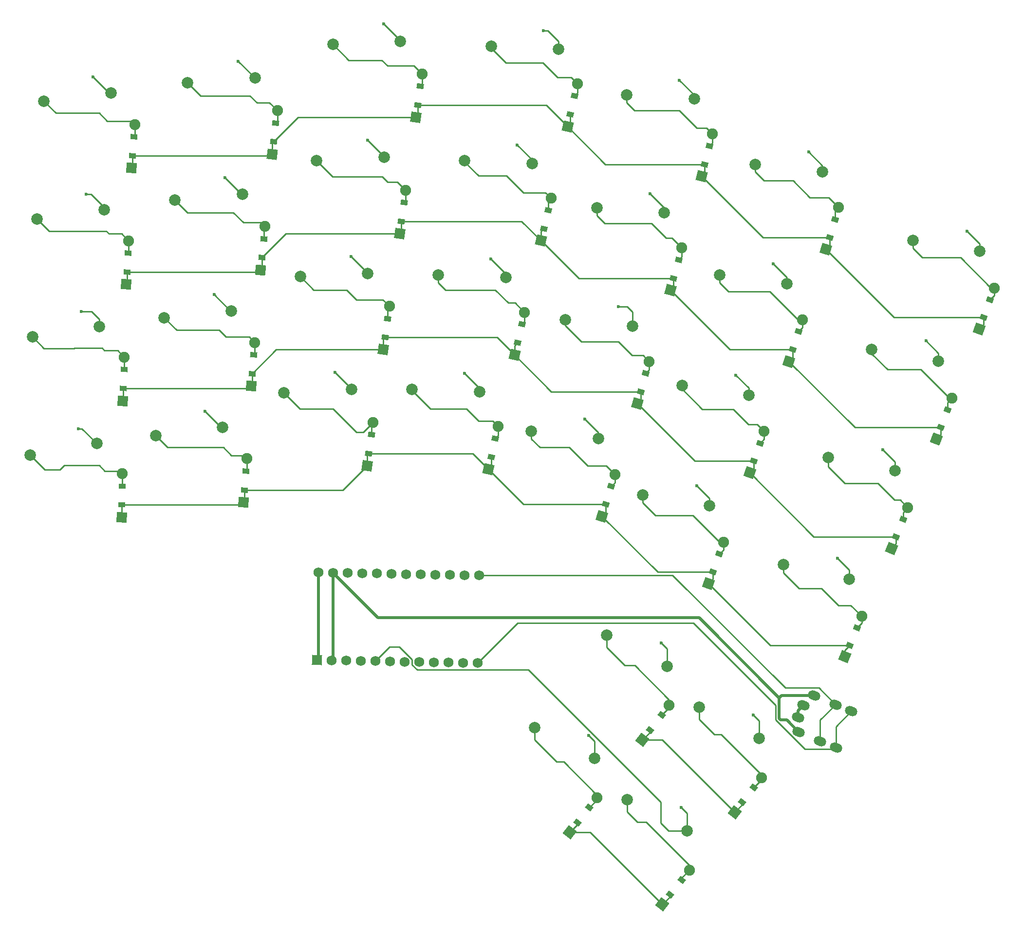
<source format=gtl>
%TF.GenerationSoftware,KiCad,Pcbnew,7.0.7+dfsg-1*%
%TF.CreationDate,2024-02-08T22:24:17-07:00*%
%TF.ProjectId,Keyboard,4b657962-6f61-4726-942e-6b696361645f,v1.0.0*%
%TF.SameCoordinates,Original*%
%TF.FileFunction,Copper,L1,Top*%
%TF.FilePolarity,Positive*%
%FSLAX46Y46*%
G04 Gerber Fmt 4.6, Leading zero omitted, Abs format (unit mm)*
G04 Created by KiCad (PCBNEW 7.0.7+dfsg-1) date 2024-02-08 22:24:17*
%MOMM*%
%LPD*%
G01*
G04 APERTURE LIST*
G04 Aperture macros list*
%AMHorizOval*
0 Thick line with rounded ends*
0 $1 width*
0 $2 $3 position (X,Y) of the first rounded end (center of the circle)*
0 $4 $5 position (X,Y) of the second rounded end (center of the circle)*
0 Add line between two ends*
20,1,$1,$2,$3,$4,$5,0*
0 Add two circle primitives to create the rounded ends*
1,1,$1,$2,$3*
1,1,$1,$4,$5*%
%AMRotRect*
0 Rectangle, with rotation*
0 The origin of the aperture is its center*
0 $1 length*
0 $2 width*
0 $3 Rotation angle, in degrees counterclockwise*
0 Add horizontal line*
21,1,$1,$2,0,0,$3*%
G04 Aperture macros list end*
%TA.AperFunction,SMDPad,CuDef*%
%ADD10RotRect,0.900000X1.200000X87.000000*%
%TD*%
%TA.AperFunction,ComponentPad*%
%ADD11RotRect,1.778000X1.778000X87.000000*%
%TD*%
%TA.AperFunction,ComponentPad*%
%ADD12C,1.905000*%
%TD*%
%TA.AperFunction,ComponentPad*%
%ADD13HorizOval,1.600000X-0.276151X0.117219X0.276151X-0.117219X0*%
%TD*%
%TA.AperFunction,SMDPad,CuDef*%
%ADD14RotRect,0.900000X1.200000X86.000000*%
%TD*%
%TA.AperFunction,ComponentPad*%
%ADD15RotRect,1.778000X1.778000X86.000000*%
%TD*%
%TA.AperFunction,SMDPad,CuDef*%
%ADD16C,2.000000*%
%TD*%
%TA.AperFunction,ComponentPad*%
%ADD17C,0.600000*%
%TD*%
%TA.AperFunction,SMDPad,CuDef*%
%ADD18RotRect,0.900000X1.200000X89.000000*%
%TD*%
%TA.AperFunction,ComponentPad*%
%ADD19RotRect,1.778000X1.778000X89.000000*%
%TD*%
%TA.AperFunction,SMDPad,CuDef*%
%ADD20RotRect,0.900000X1.200000X88.000000*%
%TD*%
%TA.AperFunction,ComponentPad*%
%ADD21RotRect,1.778000X1.778000X88.000000*%
%TD*%
%TA.AperFunction,SMDPad,CuDef*%
%ADD22RotRect,0.900000X1.200000X85.000000*%
%TD*%
%TA.AperFunction,ComponentPad*%
%ADD23RotRect,1.778000X1.778000X85.000000*%
%TD*%
%TA.AperFunction,SMDPad,CuDef*%
%ADD24RotRect,0.900000X1.200000X84.000000*%
%TD*%
%TA.AperFunction,ComponentPad*%
%ADD25RotRect,1.778000X1.778000X84.000000*%
%TD*%
%TA.AperFunction,SMDPad,CuDef*%
%ADD26RotRect,0.900000X1.200000X83.000000*%
%TD*%
%TA.AperFunction,ComponentPad*%
%ADD27RotRect,1.778000X1.778000X83.000000*%
%TD*%
%TA.AperFunction,SMDPad,CuDef*%
%ADD28RotRect,0.900000X1.200000X82.000000*%
%TD*%
%TA.AperFunction,ComponentPad*%
%ADD29RotRect,1.778000X1.778000X82.000000*%
%TD*%
%TA.AperFunction,SMDPad,CuDef*%
%ADD30RotRect,0.900000X1.200000X77.000000*%
%TD*%
%TA.AperFunction,ComponentPad*%
%ADD31RotRect,1.778000X1.778000X77.000000*%
%TD*%
%TA.AperFunction,SMDPad,CuDef*%
%ADD32RotRect,0.900000X1.200000X73.000000*%
%TD*%
%TA.AperFunction,ComponentPad*%
%ADD33RotRect,1.778000X1.778000X73.000000*%
%TD*%
%TA.AperFunction,SMDPad,CuDef*%
%ADD34RotRect,0.900000X1.200000X74.000000*%
%TD*%
%TA.AperFunction,ComponentPad*%
%ADD35RotRect,1.778000X1.778000X74.000000*%
%TD*%
%TA.AperFunction,SMDPad,CuDef*%
%ADD36RotRect,0.900000X1.200000X75.000000*%
%TD*%
%TA.AperFunction,ComponentPad*%
%ADD37RotRect,1.778000X1.778000X75.000000*%
%TD*%
%TA.AperFunction,SMDPad,CuDef*%
%ADD38RotRect,0.900000X1.200000X76.000000*%
%TD*%
%TA.AperFunction,ComponentPad*%
%ADD39RotRect,1.778000X1.778000X76.000000*%
%TD*%
%TA.AperFunction,SMDPad,CuDef*%
%ADD40RotRect,0.900000X1.200000X70.000000*%
%TD*%
%TA.AperFunction,ComponentPad*%
%ADD41RotRect,1.778000X1.778000X70.000000*%
%TD*%
%TA.AperFunction,SMDPad,CuDef*%
%ADD42RotRect,0.900000X1.200000X71.000000*%
%TD*%
%TA.AperFunction,ComponentPad*%
%ADD43RotRect,1.778000X1.778000X71.000000*%
%TD*%
%TA.AperFunction,SMDPad,CuDef*%
%ADD44RotRect,0.900000X1.200000X72.000000*%
%TD*%
%TA.AperFunction,ComponentPad*%
%ADD45RotRect,1.778000X1.778000X72.000000*%
%TD*%
%TA.AperFunction,SMDPad,CuDef*%
%ADD46RotRect,0.900000X1.200000X67.000000*%
%TD*%
%TA.AperFunction,ComponentPad*%
%ADD47RotRect,1.778000X1.778000X67.000000*%
%TD*%
%TA.AperFunction,SMDPad,CuDef*%
%ADD48RotRect,0.900000X1.200000X68.000000*%
%TD*%
%TA.AperFunction,ComponentPad*%
%ADD49RotRect,1.778000X1.778000X68.000000*%
%TD*%
%TA.AperFunction,SMDPad,CuDef*%
%ADD50RotRect,0.900000X1.200000X69.000000*%
%TD*%
%TA.AperFunction,ComponentPad*%
%ADD51RotRect,1.778000X1.778000X69.000000*%
%TD*%
%TA.AperFunction,SMDPad,CuDef*%
%ADD52RotRect,0.900000X1.200000X52.000000*%
%TD*%
%TA.AperFunction,ComponentPad*%
%ADD53RotRect,1.778000X1.778000X52.000000*%
%TD*%
%TA.AperFunction,ComponentPad*%
%ADD54C,1.752600*%
%TD*%
%TA.AperFunction,ComponentPad*%
%ADD55RotRect,1.752600X1.752600X359.000000*%
%TD*%
%TA.AperFunction,Conductor*%
%ADD56C,0.500000*%
%TD*%
%TA.AperFunction,Conductor*%
%ADD57C,0.250000*%
%TD*%
G04 APERTURE END LIST*
D10*
%TO.P,D3,1*%
%TO.N,P7*%
X138300361Y-84637698D03*
%TO.P,D3,2*%
%TO.N,function_top*%
X138473069Y-81342220D03*
D11*
%TO.P,D3,1*%
%TO.N,P7*%
X138187315Y-86794738D03*
D12*
%TO.P,D3,2*%
%TO.N,function_top*%
X138586115Y-79185180D03*
%TD*%
D13*
%TO.P,TRRS1,1*%
%TO.N,RAW*%
X255915687Y-159999331D03*
%TO.P,TRRS1,2*%
%TO.N,GND*%
X255130879Y-164663458D03*
%TO.P,TRRS1,3*%
%TO.N,P9*%
X258812898Y-166226382D03*
%TO.P,TRRS1,4*%
%TO.N,P10*%
X261574413Y-167398576D03*
%TO.P,TRRS1,1*%
%TO.N,RAW*%
X255017005Y-162116492D03*
%TO.P,TRRS1,2*%
%TO.N,GND*%
X257826924Y-158311974D03*
%TO.P,TRRS1,3*%
%TO.N,P9*%
X261508943Y-159874899D03*
%TO.P,TRRS1,4*%
%TO.N,P10*%
X264270458Y-161047092D03*
%TD*%
D14*
%TO.P,D4,1*%
%TO.N,P8*%
X139278699Y-64396581D03*
%TO.P,D4,2*%
%TO.N,function_numbers*%
X139508895Y-61104619D03*
D15*
%TO.P,D4,1*%
%TO.N,P8*%
X139128025Y-66551319D03*
D12*
%TO.P,D4,2*%
%TO.N,function_numbers*%
X139659569Y-58949881D03*
%TD*%
D16*
%TO.P,S1,1*%
%TO.N,P3*%
X133064777Y-114478379D03*
%TO.P,S1,2*%
%TO.N,function_bottom*%
X121478141Y-116476468D03*
%TD*%
%TO.P,S2,1*%
%TO.N,P3*%
X133523120Y-94141343D03*
%TO.P,S2,2*%
%TO.N,function_main*%
X121903377Y-95936914D03*
%TD*%
%TO.P,S3,1*%
%TO.N,P3*%
X134336324Y-73815405D03*
%TO.P,S3,2*%
%TO.N,function_top*%
X122687013Y-75407909D03*
%TD*%
%TO.P,S4,1*%
%TO.N,P3*%
X135504139Y-53506754D03*
%TO.P,S4,2*%
%TO.N,function_numbers*%
X123828810Y-54895708D03*
%TD*%
%TO.P,S5,1*%
%TO.N,P4*%
X154968507Y-111663262D03*
%TO.P,S5,2*%
%TO.N,pinky_bottom*%
X143293178Y-113052216D03*
%TD*%
%TO.P,S6,1*%
%TO.N,P4*%
X156490580Y-91378086D03*
%TO.P,S6,2*%
%TO.N,pinky_main*%
X144792789Y-92563065D03*
%TD*%
%TO.P,S7,1*%
%TO.N,P4*%
X158366447Y-71122563D03*
%TO.P,S7,2*%
%TO.N,pinky_top*%
X146649756Y-72103208D03*
%TD*%
%TO.P,S8,1*%
%TO.N,P4*%
X160595535Y-50902863D03*
%TO.P,S8,2*%
%TO.N,pinky_numbers*%
X148863515Y-51678874D03*
%TD*%
%TO.P,S9,1*%
%TO.N,P5*%
X177346728Y-105075433D03*
%TO.P,S9,2*%
%TO.N,ring_bottom*%
X165602951Y-105646573D03*
%TD*%
%TO.P,S10,1*%
%TO.N,P5*%
X180185859Y-84873965D03*
%TO.P,S10,2*%
%TO.N,ring_main*%
X168442082Y-85445105D03*
%TD*%
%TO.P,S11,2*%
%TO.N,ring_top*%
X171281213Y-65243636D03*
%TO.P,S11,1*%
%TO.N,P5*%
X183024990Y-64672496D03*
%TD*%
%TO.P,S12,1*%
%TO.N,P5*%
X185864122Y-44471028D03*
%TO.P,S12,2*%
%TO.N,ring_numbers*%
X174120345Y-45042168D03*
%TD*%
%TO.P,S13,1*%
%TO.N,P6*%
X199612350Y-105486284D03*
%TO.P,S13,2*%
%TO.N,middle_bottom*%
X187863483Y-105031713D03*
%TD*%
%TO.P,S14,1*%
%TO.N,P6*%
X204201352Y-85609135D03*
%TO.P,S14,2*%
%TO.N,middle_main*%
X192452485Y-85154564D03*
%TD*%
%TO.P,S15,1*%
%TO.N,P6*%
X208790353Y-65731985D03*
%TO.P,S15,2*%
%TO.N,middle_top*%
X197041486Y-65277414D03*
%TD*%
%TO.P,S16,1*%
%TO.N,P6*%
X213379355Y-45854836D03*
%TO.P,S16,2*%
%TO.N,middle_numbers*%
X201630488Y-45400265D03*
%TD*%
%TO.P,S17,1*%
%TO.N,P15*%
X220325879Y-113596628D03*
%TO.P,S17,2*%
%TO.N,pointer_bottom*%
X208637341Y-112323605D03*
%TD*%
%TO.P,S18,1*%
%TO.N,P15*%
X226206926Y-94003712D03*
%TO.P,S18,2*%
%TO.N,pointer_main*%
X214497952Y-92934877D03*
%TD*%
%TO.P,S19,1*%
%TO.N,P15*%
X231745134Y-74311143D03*
%TO.P,S19,2*%
%TO.N,pointer_top*%
X220019289Y-73446820D03*
%TD*%
%TO.P,S20,1*%
%TO.N,P15*%
X236938817Y-54524917D03*
%TO.P,S20,2*%
%TO.N,pointer_numbers*%
X225199673Y-53865369D03*
%TD*%
%TO.P,S21,1*%
%TO.N,P18*%
X239564618Y-125288119D03*
%TO.P,S21,2*%
%TO.N,inner_bottom*%
X227958724Y-123405110D03*
%TD*%
%TO.P,S22,1*%
%TO.N,P18*%
X246463020Y-106029844D03*
%TO.P,S22,2*%
%TO.N,inner_main*%
X234826030Y-104349673D03*
%TD*%
%TO.P,S23,1*%
%TO.N,P18*%
X253024268Y-86654109D03*
%TO.P,S23,2*%
%TO.N,inner_top*%
X241359728Y-85177287D03*
%TD*%
%TO.P,S24,1*%
%TO.N,P18*%
X259246363Y-67166817D03*
%TO.P,S24,2*%
%TO.N,inner_numbers*%
X247557825Y-65893794D03*
%TD*%
%TO.P,S25,1*%
%TO.N,P19*%
X263923177Y-138038491D03*
%TO.P,S25,2*%
%TO.N,macro_bottom*%
X252431737Y-135550657D03*
%TD*%
%TO.P,S26,1*%
%TO.N,P19*%
X271820024Y-119167644D03*
%TO.P,S26,2*%
%TO.N,macro_main*%
X260286916Y-116880742D03*
%TD*%
%TO.P,S27,1*%
%TO.N,P19*%
X279386327Y-100161851D03*
%TO.P,S27,2*%
%TO.N,macro_top*%
X267815064Y-98076579D03*
%TD*%
%TO.P,S28,1*%
%TO.N,P19*%
X286619782Y-81026904D03*
%TO.P,S28,2*%
%TO.N,macro_numbers*%
X275013888Y-79143895D03*
%TD*%
%TO.P,S29,2*%
%TO.N,1_1*%
X209173568Y-163886995D03*
%TO.P,S29,1*%
%TO.N,P2*%
X219629547Y-169264261D03*
%TD*%
%TO.P,S30,2*%
%TO.N,1_2*%
X221733062Y-147811576D03*
%TO.P,S30,1*%
%TO.N,P2*%
X232189041Y-153188842D03*
%TD*%
%TO.P,S31,2*%
%TO.N,2_1*%
X225248988Y-176446489D03*
%TO.P,S31,1*%
%TO.N,P21*%
X235704967Y-181823755D03*
%TD*%
%TO.P,S32,2*%
%TO.N,2_2*%
X237808482Y-160371070D03*
%TO.P,S32,1*%
%TO.N,P21*%
X248264461Y-165748336D03*
%TD*%
D17*
%TO.P,REF\u002A\u002A,1*%
%TO.N,P3*%
X129834780Y-111871611D03*
%TD*%
%TO.P,REF\u002A\u002A,1*%
%TO.N,P3*%
X130339109Y-91478601D03*
%TD*%
%TO.P,REF\u002A\u002A,1*%
%TO.N,P3*%
X131199268Y-71097499D03*
%TD*%
%TO.P,REF\u002A\u002A,1*%
%TO.N,P3*%
X132414996Y-50734513D03*
%TD*%
%TO.P,REF\u002A\u002A,1*%
%TO.N,P4*%
X151879364Y-108891022D03*
%TD*%
%TO.P,REF\u002A\u002A,1*%
%TO.N,P4*%
X153450290Y-88552354D03*
%TD*%
%TO.P,REF\u002A\u002A,1*%
%TO.N,P4*%
X155375935Y-68244202D03*
%TD*%
%TO.P,REF\u002A\u002A,1*%
%TO.N,P4*%
X157655713Y-47972749D03*
%TD*%
%TO.P,REF\u002A\u002A,1*%
%TO.N,P5*%
X174458491Y-102094458D03*
%TD*%
%TO.P,REF\u002A\u002A,1*%
%TO.N,P5*%
X177297622Y-81892989D03*
%TD*%
%TO.P,REF\u002A\u002A,1*%
%TO.N,P5*%
X180136754Y-61691521D03*
%TD*%
%TO.P,REF\u002A\u002A,1*%
%TO.N,P5*%
X182975885Y-41490052D03*
%TD*%
%TO.P,REF\u002A\u002A,1*%
%TO.N,P6*%
X196994913Y-102264925D03*
%TD*%
%TO.P,REF\u002A\u002A,1*%
%TO.N,P6*%
X201583915Y-82387776D03*
%TD*%
%TO.P,REF\u002A\u002A,1*%
%TO.N,P6*%
X206172916Y-62510627D03*
%TD*%
%TO.P,REF\u002A\u002A,1*%
%TO.N,P6*%
X210761918Y-42633478D03*
%TD*%
%TO.P,REF\u002A\u002A,1*%
%TO.N,P15*%
X217939529Y-110200534D03*
%TD*%
%TO.P,REF\u002A\u002A,1*%
%TO.N,P15*%
X223761670Y-90649783D03*
%TD*%
%TO.P,REF\u002A\u002A,1*%
%TO.N,P15*%
X229241716Y-71000399D03*
%TD*%
%TO.P,REF\u002A\u002A,1*%
%TO.N,P15*%
X234377999Y-51258368D03*
%TD*%
%TO.P,REF\u002A\u002A,1*%
%TO.N,P18*%
X237359276Y-121771787D03*
%TD*%
%TO.P,REF\u002A\u002A,1*%
%TO.N,P18*%
X244196646Y-102552537D03*
%TD*%
%TO.P,REF\u002A\u002A,1*%
%TO.N,P18*%
X250697551Y-83216885D03*
%TD*%
%TO.P,REF\u002A\u002A,1*%
%TO.N,P18*%
X256860013Y-63770722D03*
%TD*%
%TO.P,REF\u002A\u002A,1*%
%TO.N,P19*%
X261904887Y-134411558D03*
%TD*%
%TO.P,REF\u002A\u002A,1*%
%TO.N,P19*%
X269738744Y-115576488D03*
%TD*%
%TO.P,REF\u002A\u002A,1*%
%TO.N,P19*%
X277242690Y-96607566D03*
%TD*%
%TO.P,REF\u002A\u002A,1*%
%TO.N,P19*%
X284414440Y-77510572D03*
%TD*%
%TO.P,REF\u002A\u002A,1*%
%TO.N,P2*%
X218618749Y-165238543D03*
%TD*%
%TO.P,REF\u002A\u002A,1*%
%TO.N,P2*%
X231178243Y-149163124D03*
%TD*%
%TO.P,REF\u002A\u002A,1*%
%TO.N,P21*%
X234694168Y-177798037D03*
%TD*%
%TO.P,REF\u002A\u002A,1*%
%TO.N,P21*%
X247253662Y-161722618D03*
%TD*%
D18*
%TO.P,D1,1*%
%TO.N,P14*%
X137404093Y-125155737D03*
%TO.P,D1,2*%
%TO.N,function_bottom*%
X137461685Y-121856239D03*
D19*
%TO.P,D1,1*%
%TO.N,P14*%
X137366395Y-127315408D03*
D12*
%TO.P,D1,2*%
%TO.N,function_bottom*%
X137499383Y-119696568D03*
%TD*%
D20*
%TO.P,D2,1*%
%TO.N,P16*%
X137675429Y-104892807D03*
%TO.P,D2,2*%
%TO.N,function_main*%
X137790597Y-101594817D03*
D21*
%TO.P,D2,1*%
%TO.N,P16*%
X137600046Y-107051491D03*
D12*
%TO.P,D2,2*%
%TO.N,function_main*%
X137865980Y-99436133D03*
%TD*%
D14*
%TO.P,D5,1*%
%TO.N,P14*%
X158743066Y-122553090D03*
%TO.P,D5,2*%
%TO.N,pinky_bottom*%
X158973262Y-119261128D03*
D15*
%TO.P,D5,1*%
%TO.N,P14*%
X158592392Y-124707828D03*
D12*
%TO.P,D5,2*%
%TO.N,pinky_bottom*%
X159123936Y-117106390D03*
%TD*%
D22*
%TO.P,D6,1*%
%TO.N,P16*%
X160074511Y-102332129D03*
%TO.P,D6,2*%
%TO.N,pinky_main*%
X160362125Y-99044687D03*
D23*
%TO.P,D6,1*%
%TO.N,P16*%
X159886255Y-104483910D03*
D12*
%TO.P,D6,2*%
%TO.N,pinky_main*%
X160550381Y-96892906D03*
%TD*%
D24*
%TO.P,D7,1*%
%TO.N,P7*%
X161758657Y-82137486D03*
%TO.P,D7,2*%
%TO.N,pinky_top*%
X162103601Y-78855564D03*
D25*
%TO.P,D7,1*%
%TO.N,P7*%
X161532876Y-84285653D03*
D12*
%TO.P,D7,2*%
%TO.N,pinky_top*%
X162329382Y-76707397D03*
%TD*%
D26*
%TO.P,D8,1*%
%TO.N,P8*%
X163794992Y-61975311D03*
%TO.P,D8,2*%
%TO.N,pinky_numbers*%
X164197160Y-58699909D03*
D27*
%TO.P,D8,1*%
%TO.N,P8*%
X163531754Y-64119211D03*
D12*
%TO.P,D8,2*%
%TO.N,pinky_numbers*%
X164460398Y-56556009D03*
%TD*%
D28*
%TO.P,D9,1*%
%TO.N,P14*%
X180352455Y-116202033D03*
%TO.P,D9,2*%
%TO.N,ring_bottom*%
X180811727Y-112934149D03*
D29*
%TO.P,D9,1*%
%TO.N,P14*%
X180051841Y-118341012D03*
D12*
%TO.P,D9,2*%
%TO.N,ring_bottom*%
X181112341Y-110795170D03*
%TD*%
D28*
%TO.P,D10,1*%
%TO.N,P16*%
X183191587Y-96000564D03*
%TO.P,D10,2*%
%TO.N,ring_main*%
X183650859Y-92732680D03*
D29*
%TO.P,D10,1*%
%TO.N,P16*%
X182890973Y-98139543D03*
D12*
%TO.P,D10,2*%
%TO.N,ring_main*%
X183951473Y-90593701D03*
%TD*%
D28*
%TO.P,D11,1*%
%TO.N,P7*%
X186030718Y-75799096D03*
%TO.P,D11,2*%
%TO.N,ring_top*%
X186489990Y-72531212D03*
D29*
%TO.P,D11,1*%
%TO.N,P7*%
X185730104Y-77938075D03*
D12*
%TO.P,D11,2*%
%TO.N,ring_top*%
X186790604Y-70392233D03*
%TD*%
D28*
%TO.P,D12,1*%
%TO.N,P8*%
X188869849Y-55597627D03*
%TO.P,D12,2*%
%TO.N,ring_numbers*%
X189329121Y-52329743D03*
D29*
%TO.P,D12,1*%
%TO.N,P8*%
X188569235Y-57736606D03*
D12*
%TO.P,D12,2*%
%TO.N,ring_numbers*%
X189629735Y-50190764D03*
%TD*%
D30*
%TO.P,D13,1*%
%TO.N,P14*%
X201636894Y-116832511D03*
%TO.P,D13,2*%
%TO.N,middle_bottom*%
X202379232Y-113617089D03*
D31*
%TO.P,D13,1*%
%TO.N,P14*%
X201150999Y-118937150D03*
D12*
%TO.P,D13,2*%
%TO.N,middle_bottom*%
X202865127Y-111512450D03*
%TD*%
D30*
%TO.P,D14,1*%
%TO.N,P16*%
X206225895Y-96955361D03*
%TO.P,D14,2*%
%TO.N,middle_main*%
X206968233Y-93739939D03*
D31*
%TO.P,D14,1*%
%TO.N,P16*%
X205740000Y-99060000D03*
D12*
%TO.P,D14,2*%
%TO.N,middle_main*%
X207454128Y-91635300D03*
%TD*%
D30*
%TO.P,D15,1*%
%TO.N,P7*%
X210814896Y-77078212D03*
%TO.P,D15,2*%
%TO.N,middle_top*%
X211557234Y-73862790D03*
D31*
%TO.P,D15,1*%
%TO.N,P7*%
X210329001Y-79182851D03*
D12*
%TO.P,D15,2*%
%TO.N,middle_top*%
X212043129Y-71758151D03*
%TD*%
D30*
%TO.P,D16,1*%
%TO.N,P8*%
X215403898Y-57201063D03*
%TO.P,D16,2*%
%TO.N,middle_numbers*%
X216146236Y-53985641D03*
D31*
%TO.P,D16,1*%
%TO.N,P8*%
X214918003Y-59305702D03*
D12*
%TO.P,D16,2*%
%TO.N,middle_numbers*%
X216632131Y-51881002D03*
%TD*%
D32*
%TO.P,D17,1*%
%TO.N,P14*%
X221554018Y-125056441D03*
%TO.P,D17,2*%
%TO.N,pointer_bottom*%
X222518844Y-121900635D03*
D33*
%TO.P,D17,1*%
%TO.N,P14*%
X220922495Y-127122059D03*
D12*
%TO.P,D17,2*%
%TO.N,pointer_bottom*%
X223150367Y-119835017D03*
%TD*%
D34*
%TO.P,D18,1*%
%TO.N,P16*%
X227634879Y-105440346D03*
%TO.P,D18,2*%
%TO.N,pointer_main*%
X228544483Y-102268182D03*
D35*
%TO.P,D18,1*%
%TO.N,P16*%
X227039503Y-107516671D03*
D12*
%TO.P,D18,2*%
%TO.N,pointer_main*%
X229139859Y-100191857D03*
%TD*%
D36*
%TO.P,D19,1*%
%TO.N,P7*%
X233372468Y-85721113D03*
%TO.P,D19,2*%
%TO.N,pointer_top*%
X234226570Y-82533557D03*
D37*
%TO.P,D19,1*%
%TO.N,P7*%
X232813418Y-87807512D03*
D12*
%TO.P,D19,2*%
%TO.N,pointer_top*%
X234785620Y-80447158D03*
%TD*%
D38*
%TO.P,D20,1*%
%TO.N,P8*%
X238765033Y-65904748D03*
%TO.P,D20,2*%
%TO.N,pointer_numbers*%
X239563375Y-62702772D03*
D39*
%TO.P,D20,1*%
%TO.N,P8*%
X238242482Y-68000587D03*
D12*
%TO.P,D20,2*%
%TO.N,pointer_numbers*%
X240085926Y-60606933D03*
%TD*%
D40*
%TO.P,D21,1*%
%TO.N,P14*%
X240191314Y-136796502D03*
%TO.P,D21,2*%
%TO.N,inner_bottom*%
X241319980Y-133695516D03*
D41*
%TO.P,D21,1*%
%TO.N,P14*%
X239452550Y-138826238D03*
D12*
%TO.P,D21,2*%
%TO.N,inner_bottom*%
X242058744Y-131665780D03*
%TD*%
D42*
%TO.P,D22,1*%
%TO.N,P16*%
X247290470Y-117525538D03*
%TO.P,D22,2*%
%TO.N,inner_main*%
X248364844Y-114405326D03*
D43*
%TO.P,D22,1*%
%TO.N,P16*%
X246587242Y-119567858D03*
D12*
%TO.P,D22,2*%
%TO.N,inner_main*%
X249068072Y-112363006D03*
%TD*%
D44*
%TO.P,D23,1*%
%TO.N,P7*%
X254052218Y-98133611D03*
%TO.P,D23,2*%
%TO.N,inner_top*%
X255071974Y-94995125D03*
D45*
%TO.P,D23,1*%
%TO.N,P7*%
X253384741Y-100187893D03*
D12*
%TO.P,D23,2*%
%TO.N,inner_top*%
X255739451Y-92940843D03*
%TD*%
D32*
%TO.P,D24,1*%
%TO.N,P8*%
X260474502Y-78626629D03*
%TO.P,D24,2*%
%TO.N,inner_numbers*%
X261439328Y-75470823D03*
D33*
%TO.P,D24,1*%
%TO.N,P8*%
X259842979Y-80692247D03*
D12*
%TO.P,D24,2*%
%TO.N,inner_numbers*%
X262070851Y-73405205D03*
%TD*%
D46*
%TO.P,D25,1*%
%TO.N,P14*%
X263946711Y-149563900D03*
%TO.P,D25,2*%
%TO.N,macro_bottom*%
X265236123Y-146526234D03*
D47*
%TO.P,D25,1*%
%TO.N,P14*%
X263102731Y-151552190D03*
D12*
%TO.P,D25,2*%
%TO.N,macro_bottom*%
X266080103Y-144537944D03*
%TD*%
D48*
%TO.P,D26,1*%
%TO.N,P16*%
X272044701Y-130690887D03*
%TO.P,D26,2*%
%TO.N,macro_main*%
X273280903Y-127631181D03*
D49*
%TO.P,D26,1*%
%TO.N,P16*%
X271235551Y-132693604D03*
D12*
%TO.P,D26,2*%
%TO.N,macro_main*%
X274090053Y-125628464D03*
%TD*%
D50*
%TO.P,D27,1*%
%TO.N,P7*%
X279812079Y-111679419D03*
%TO.P,D27,2*%
%TO.N,macro_top*%
X280994693Y-108598603D03*
D51*
%TO.P,D27,1*%
%TO.N,P7*%
X279038004Y-113695952D03*
D12*
%TO.P,D27,2*%
%TO.N,macro_top*%
X281768768Y-106582070D03*
%TD*%
D40*
%TO.P,D28,1*%
%TO.N,P8*%
X287246477Y-92535287D03*
%TO.P,D28,2*%
%TO.N,macro_numbers*%
X288375143Y-89434301D03*
D41*
%TO.P,D28,1*%
%TO.N,P8*%
X286507713Y-94565023D03*
D12*
%TO.P,D28,2*%
%TO.N,macro_numbers*%
X289113907Y-87404565D03*
%TD*%
D52*
%TO.P,D29,1*%
%TO.N,P14*%
X216669285Y-180403044D03*
%TO.P,D29,2*%
%TO.N,1_1*%
X218700967Y-177802608D03*
D53*
%TO.P,D29,1*%
%TO.N,P14*%
X215339456Y-182105147D03*
D12*
%TO.P,D29,2*%
%TO.N,1_1*%
X220030796Y-176100505D03*
%TD*%
D52*
%TO.P,D30,1*%
%TO.N,P16*%
X229228779Y-164327625D03*
%TO.P,D30,2*%
%TO.N,1_2*%
X231260461Y-161727189D03*
D53*
%TO.P,D30,1*%
%TO.N,P16*%
X227898950Y-166029728D03*
D12*
%TO.P,D30,2*%
%TO.N,1_2*%
X232590290Y-160025086D03*
%TD*%
D52*
%TO.P,D31,1*%
%TO.N,P14*%
X232744704Y-192962538D03*
%TO.P,D31,2*%
%TO.N,2_1*%
X234776386Y-190362102D03*
D53*
%TO.P,D31,1*%
%TO.N,P14*%
X231414875Y-194664641D03*
D12*
%TO.P,D31,2*%
%TO.N,2_1*%
X236106215Y-188659999D03*
%TD*%
D52*
%TO.P,D32,1*%
%TO.N,P16*%
X245304198Y-176887119D03*
%TO.P,D32,2*%
%TO.N,2_2*%
X247335880Y-174286683D03*
D53*
%TO.P,D32,1*%
%TO.N,P16*%
X243974369Y-178589222D03*
D12*
%TO.P,D32,2*%
%TO.N,2_2*%
X248665709Y-172584580D03*
%TD*%
D54*
%TO.P,MCU1,24*%
%TO.N,P9*%
X199520860Y-137404971D03*
%TO.P,MCU1,23*%
%TO.N,P8*%
X196981246Y-137360642D03*
%TO.P,MCU1,22*%
%TO.N,P7*%
X194441633Y-137316312D03*
%TO.P,MCU1,21*%
%TO.N,P6*%
X191902020Y-137271983D03*
%TO.P,MCU1,20*%
%TO.N,P5*%
X189362407Y-137227654D03*
%TO.P,MCU1,19*%
%TO.N,P4*%
X186822794Y-137183325D03*
%TO.P,MCU1,18*%
%TO.N,P3*%
X184283181Y-137138996D03*
%TO.P,MCU1,17*%
%TO.N,P2*%
X181743568Y-137094667D03*
%TO.P,MCU1,16*%
%TO.N,N/C*%
X179203954Y-137050338D03*
%TO.P,MCU1,15*%
X176664341Y-137006009D03*
%TO.P,MCU1,14*%
%TO.N,GND*%
X174124728Y-136961680D03*
%TO.P,MCU1,13*%
%TO.N,RAW*%
X171585115Y-136917350D03*
%TO.P,MCU1,12*%
%TO.N,P10*%
X199254885Y-152642650D03*
%TO.P,MCU1,11*%
%TO.N,P16*%
X196715272Y-152598320D03*
%TO.P,MCU1,10*%
%TO.N,P14*%
X194175659Y-152553991D03*
%TO.P,MCU1,9*%
%TO.N,P15*%
X191636046Y-152509662D03*
%TO.P,MCU1,8*%
%TO.N,P18*%
X189096432Y-152465333D03*
%TO.P,MCU1,7*%
%TO.N,P19*%
X186556819Y-152421004D03*
%TO.P,MCU1,6*%
%TO.N,P20*%
X184017206Y-152376675D03*
%TO.P,MCU1,5*%
%TO.N,P21*%
X181477593Y-152332346D03*
%TO.P,MCU1,4*%
%TO.N,VCC*%
X178937980Y-152288017D03*
%TO.P,MCU1,3*%
%TO.N,RST*%
X176398367Y-152243688D03*
%TO.P,MCU1,2*%
%TO.N,GND*%
X173858754Y-152199358D03*
D55*
%TO.P,MCU1,1*%
%TO.N,RAW*%
X171319140Y-152155029D03*
%TD*%
D56*
%TO.N,GND*%
X257826924Y-158311974D02*
X252123565Y-158311974D01*
X252123565Y-158311974D02*
X251721480Y-158714059D01*
X255130879Y-164663458D02*
X253027421Y-162560000D01*
X181943048Y-144780000D02*
X174124728Y-136961680D01*
X253027421Y-162560000D02*
X251959652Y-162560000D01*
X251959652Y-162560000D02*
X251721480Y-162321828D01*
X251721480Y-162321828D02*
X251721480Y-158714059D01*
X251721480Y-158714059D02*
X237787421Y-144780000D01*
X237787421Y-144780000D02*
X181943048Y-144780000D01*
D57*
%TO.N,P10*%
X264270458Y-161047092D02*
X261574413Y-163743137D01*
X261574413Y-163743137D02*
X261574413Y-167398576D01*
D56*
%TO.N,RAW*%
X255017005Y-161037005D02*
X255017005Y-162116492D01*
D57*
%TO.N,P21*%
X247253662Y-161722618D02*
X248264461Y-162733417D01*
X248264461Y-162733417D02*
X248264461Y-165748336D01*
D56*
%TO.N,RAW*%
X255017005Y-162116492D02*
X255017005Y-160898013D01*
D57*
%TO.N,P9*%
X252763889Y-156977110D02*
X258611154Y-156977110D01*
X258611154Y-156977110D02*
X261508943Y-159874899D01*
%TO.N,P10*%
X251146480Y-160020000D02*
X251146480Y-162560000D01*
X251146480Y-162560000D02*
X256226480Y-167640000D01*
X256226480Y-167640000D02*
X261332989Y-167640000D01*
X261332989Y-167640000D02*
X261574413Y-167398576D01*
D56*
%TO.N,RAW*%
X255017005Y-160898013D02*
X255915687Y-159999331D01*
D57*
%TO.N,P9*%
X261508943Y-159874899D02*
X258812898Y-162570944D01*
X258812898Y-162570944D02*
X258812898Y-166226382D01*
%TO.N,P10*%
X199254885Y-152642650D02*
X206235733Y-145661802D01*
X206235733Y-145661802D02*
X236788282Y-145661802D01*
X236788282Y-145661802D02*
X251146480Y-160020000D01*
%TO.N,P7*%
X138300361Y-84637698D02*
X138300361Y-86681692D01*
X138300361Y-86681692D02*
X138187315Y-86794738D01*
%TO.N,P8*%
X139278699Y-64396581D02*
X139278699Y-66400645D01*
X139278699Y-66400645D02*
X139128025Y-66551319D01*
X215403898Y-57201063D02*
X215403898Y-58819807D01*
X215403898Y-58819807D02*
X214918003Y-59305702D01*
%TO.N,middle_numbers*%
X216632131Y-51881002D02*
X216632131Y-53499746D01*
X216632131Y-53499746D02*
X216146236Y-53985641D01*
%TO.N,P8*%
X188869849Y-55597627D02*
X188869849Y-57435992D01*
X188869849Y-57435992D02*
X188569235Y-57736606D01*
%TO.N,ring_numbers*%
X189629735Y-50190764D02*
X189629735Y-52029129D01*
X189629735Y-52029129D02*
X189329121Y-52329743D01*
%TO.N,pinky_main*%
X160550381Y-96892906D02*
X160550381Y-98856431D01*
X160550381Y-98856431D02*
X160362125Y-99044687D01*
%TO.N,P7*%
X186030718Y-75799096D02*
X186030718Y-77637461D01*
X186030718Y-77637461D02*
X185730104Y-77938075D01*
%TO.N,ring_top*%
X186790604Y-70392233D02*
X186790604Y-72230598D01*
X186790604Y-72230598D02*
X186489990Y-72531212D01*
%TO.N,P14*%
X221554018Y-125056441D02*
X221554018Y-126490536D01*
X221554018Y-126490536D02*
X220922495Y-127122059D01*
X240191314Y-136796502D02*
X240191314Y-138087474D01*
X240191314Y-138087474D02*
X239452550Y-138826238D01*
%TO.N,inner_bottom*%
X242058744Y-131665780D02*
X242058744Y-132956752D01*
X242058744Y-132956752D02*
X241319980Y-133695516D01*
%TO.N,P14*%
X216669285Y-180403044D02*
X216669285Y-180775318D01*
X216669285Y-180775318D02*
X215339456Y-182105147D01*
%TO.N,P7*%
X279812079Y-111679419D02*
X279812079Y-112921877D01*
X279812079Y-112921877D02*
X279038004Y-113695952D01*
%TO.N,macro_numbers*%
X288375143Y-89434301D02*
X289113907Y-88695537D01*
X289113907Y-88695537D02*
X289113907Y-87404565D01*
%TO.N,pointer_numbers*%
X240085926Y-60606933D02*
X240085926Y-62180221D01*
X240085926Y-62180221D02*
X239563375Y-62702772D01*
%TO.N,P4*%
X155375935Y-68244202D02*
X158254296Y-71122563D01*
X158254296Y-71122563D02*
X158366447Y-71122563D01*
%TO.N,P21*%
X235704967Y-181823755D02*
X232488873Y-181823755D01*
X232488873Y-181823755D02*
X231140000Y-180474882D01*
X231140000Y-180474882D02*
X231140000Y-176875910D01*
X231140000Y-176875910D02*
X208108040Y-153843950D01*
X208108040Y-153843950D02*
X188776154Y-153843950D01*
X188776154Y-153843950D02*
X187895132Y-152962928D01*
X187895132Y-152962928D02*
X187895132Y-152060422D01*
X187895132Y-152060422D02*
X185694710Y-149860000D01*
X185694710Y-149860000D02*
X183949939Y-149860000D01*
X183949939Y-149860000D02*
X181477593Y-152332346D01*
%TO.N,P9*%
X199520860Y-137404971D02*
X233191750Y-137404971D01*
X233191750Y-137404971D02*
X252763889Y-156977110D01*
D56*
%TO.N,GND*%
X174124728Y-136961680D02*
X174124728Y-151933384D01*
X174124728Y-151933384D02*
X173858754Y-152199358D01*
%TO.N,RAW*%
X171585115Y-136917350D02*
X171585115Y-151889054D01*
X171585115Y-151889054D02*
X171319140Y-152155029D01*
D57*
%TO.N,1_1*%
X220030796Y-176100505D02*
X220030796Y-176472779D01*
X220030796Y-176472779D02*
X218700967Y-177802608D01*
X209173568Y-163886995D02*
X209173568Y-165974201D01*
X209173568Y-165974201D02*
X213046501Y-169847134D01*
X213046501Y-169847134D02*
X214251125Y-169847134D01*
X214251125Y-169847134D02*
X220030796Y-175626805D01*
X220030796Y-175626805D02*
X220030796Y-176100505D01*
%TO.N,P2*%
X218618749Y-165238543D02*
X219629547Y-166249341D01*
X219629547Y-166249341D02*
X219629547Y-169264261D01*
%TO.N,P21*%
X235704967Y-181823755D02*
X235704967Y-178808836D01*
X235704967Y-178808836D02*
X234694168Y-177798037D01*
%TO.N,2_1*%
X236106215Y-188659999D02*
X236106215Y-187846215D01*
X228597780Y-180337780D02*
X227053073Y-180337780D01*
X236106215Y-187846215D02*
X228597780Y-180337780D01*
X227053073Y-180337780D02*
X225248988Y-178533695D01*
X225248988Y-178533695D02*
X225248988Y-176446489D01*
X234776386Y-190362102D02*
X234776386Y-189989828D01*
X234776386Y-189989828D02*
X236106215Y-188659999D01*
%TO.N,P14*%
X232744704Y-192962538D02*
X232744704Y-193334812D01*
X232744704Y-193334812D02*
X231414875Y-194664641D01*
X215339456Y-182105147D02*
X218855381Y-182105147D01*
X218855381Y-182105147D02*
X231414875Y-194664641D01*
%TO.N,P16*%
X227898950Y-166029728D02*
X231414875Y-166029728D01*
X231414875Y-166029728D02*
X243974369Y-178589222D01*
X245304198Y-176887119D02*
X245304198Y-177259393D01*
X245304198Y-177259393D02*
X243974369Y-178589222D01*
%TO.N,2_2*%
X248665709Y-172584580D02*
X248665709Y-172956854D01*
X248665709Y-172956854D02*
X247335880Y-174286683D01*
X237808482Y-160371070D02*
X237808482Y-162458276D01*
X237808482Y-162458276D02*
X240450206Y-165100000D01*
X240450206Y-165100000D02*
X241654830Y-165100000D01*
X241654830Y-165100000D02*
X248665709Y-172110879D01*
X248665709Y-172110879D02*
X248665709Y-172584580D01*
%TO.N,P2*%
X232189041Y-153188842D02*
X232189041Y-150173922D01*
X232189041Y-150173922D02*
X231178243Y-149163124D01*
%TO.N,P16*%
X229228779Y-164327625D02*
X229228779Y-164699899D01*
X229228779Y-164699899D02*
X227898950Y-166029728D01*
%TO.N,1_2*%
X232590290Y-160025086D02*
X232590290Y-160397360D01*
X232590290Y-160397360D02*
X231260461Y-161727189D01*
X221733062Y-147811576D02*
X221733062Y-149898782D01*
X221733062Y-149898782D02*
X224881831Y-153047551D01*
X226605323Y-153047551D02*
X232590290Y-159032518D01*
X224881831Y-153047551D02*
X226605323Y-153047551D01*
X232590290Y-159032518D02*
X232590290Y-160025086D01*
%TO.N,P15*%
X220325879Y-113596628D02*
X220325879Y-112586884D01*
X220325879Y-112586884D02*
X217939529Y-110200534D01*
%TO.N,pointer_bottom*%
X223150367Y-119835017D02*
X223150367Y-121269112D01*
X223150367Y-121269112D02*
X222518844Y-121900635D01*
X208637341Y-112323605D02*
X208637341Y-113683004D01*
X221675106Y-118359756D02*
X223150367Y-119835017D01*
X208637341Y-113683004D02*
X210110460Y-115156123D01*
X210110460Y-115156123D02*
X215236367Y-115156123D01*
X215236367Y-115156123D02*
X218440000Y-118359756D01*
X218440000Y-118359756D02*
X221675106Y-118359756D01*
%TO.N,P14*%
X221554018Y-125056441D02*
X207270290Y-125056441D01*
X207270290Y-125056441D02*
X201150999Y-118937150D01*
X240191314Y-136796502D02*
X230596938Y-136796502D01*
X230596938Y-136796502D02*
X220922495Y-127122059D01*
%TO.N,P19*%
X263923177Y-138038491D02*
X263923177Y-136429848D01*
X263923177Y-136429848D02*
X261904887Y-134411558D01*
%TO.N,macro_bottom*%
X266080103Y-144537944D02*
X266080103Y-145682254D01*
X266080103Y-145682254D02*
X265236123Y-146526234D01*
X252431737Y-135550657D02*
X252431737Y-136962926D01*
X252431737Y-136962926D02*
X255168811Y-139700000D01*
X255168811Y-139700000D02*
X259080000Y-139700000D01*
X259080000Y-139700000D02*
X261992612Y-142612612D01*
X261992612Y-142612612D02*
X264154771Y-142612612D01*
X264154771Y-142612612D02*
X266080103Y-144537944D01*
%TO.N,P18*%
X239564618Y-125288119D02*
X239564618Y-123977129D01*
X239564618Y-123977129D02*
X237359276Y-121771787D01*
%TO.N,inner_bottom*%
X227958724Y-123405110D02*
X227958724Y-124788541D01*
X236713813Y-127000000D02*
X241379593Y-131665780D01*
X227958724Y-124788541D02*
X230170183Y-127000000D01*
X230170183Y-127000000D02*
X236713813Y-127000000D01*
X241379593Y-131665780D02*
X242058744Y-131665780D01*
%TO.N,P14*%
X263946711Y-149563900D02*
X250190212Y-149563900D01*
X250190212Y-149563900D02*
X239452550Y-138826238D01*
X263102731Y-151552190D02*
X263102731Y-150407880D01*
X263102731Y-150407880D02*
X263946711Y-149563900D01*
%TO.N,P19*%
X271820024Y-119167644D02*
X271820024Y-117657768D01*
X271820024Y-117657768D02*
X269738744Y-115576488D01*
%TO.N,macro_main*%
X260286916Y-116880742D02*
X260286916Y-118495370D01*
X260286916Y-118495370D02*
X263159597Y-121368051D01*
X263159597Y-121368051D02*
X268856064Y-121368051D01*
X271780000Y-124291987D02*
X272753576Y-124291987D01*
X268856064Y-121368051D02*
X271780000Y-124291987D01*
X272753576Y-124291987D02*
X274090053Y-125628464D01*
%TO.N,pointer_main*%
X229139859Y-100191857D02*
X229139859Y-101672806D01*
X229139859Y-101672806D02*
X228544483Y-102268182D01*
X214497952Y-92934877D02*
X214497952Y-93936957D01*
X214497952Y-93936957D02*
X217292002Y-96731007D01*
X217292002Y-96731007D02*
X223731007Y-96731007D01*
X223731007Y-96731007D02*
X226110612Y-99110612D01*
X226110612Y-99110612D02*
X228058614Y-99110612D01*
X228058614Y-99110612D02*
X229139859Y-100191857D01*
%TO.N,P15*%
X223761670Y-90649783D02*
X225269783Y-90649783D01*
X225269783Y-90649783D02*
X226206926Y-91586926D01*
X226206926Y-91586926D02*
X226206926Y-94003712D01*
%TO.N,P18*%
X246463020Y-106029844D02*
X246463020Y-104818911D01*
X246463020Y-104818911D02*
X244196646Y-102552537D01*
%TO.N,inner_main*%
X249068072Y-112363006D02*
X249068072Y-113702098D01*
X249068072Y-113702098D02*
X248364844Y-114405326D01*
X234826030Y-104349673D02*
X234826030Y-104970985D01*
X234826030Y-104970985D02*
X238354989Y-108499944D01*
X238354989Y-108499944D02*
X243725775Y-108499944D01*
X243725775Y-108499944D02*
X246380000Y-111154169D01*
X246380000Y-111154169D02*
X247859235Y-111154169D01*
X247859235Y-111154169D02*
X249068072Y-112363006D01*
%TO.N,macro_main*%
X273280903Y-127631181D02*
X273280903Y-126437614D01*
X273280903Y-126437614D02*
X274090053Y-125628464D01*
%TO.N,P16*%
X272044701Y-130690887D02*
X272044701Y-131884454D01*
X272044701Y-131884454D02*
X271235551Y-132693604D01*
X246587242Y-119567858D02*
X257710271Y-130690887D01*
X257710271Y-130690887D02*
X272044701Y-130690887D01*
X247290470Y-117525538D02*
X247290470Y-118864630D01*
X247290470Y-118864630D02*
X246587242Y-119567858D01*
X227039503Y-107516671D02*
X237048370Y-117525538D01*
X237048370Y-117525538D02*
X247290470Y-117525538D01*
X227634879Y-105440346D02*
X227634879Y-106921295D01*
X227634879Y-106921295D02*
X227039503Y-107516671D01*
X205740000Y-99060000D02*
X212120346Y-105440346D01*
X212120346Y-105440346D02*
X227634879Y-105440346D01*
%TO.N,P15*%
X231745134Y-74311143D02*
X231745134Y-73503817D01*
X231745134Y-73503817D02*
X229241716Y-71000399D01*
%TO.N,pointer_top*%
X234785620Y-80447158D02*
X234785620Y-81974507D01*
X234785620Y-81974507D02*
X234226570Y-82533557D01*
X220019289Y-73446820D02*
X220019289Y-74792679D01*
X220019289Y-74792679D02*
X221426610Y-76200000D01*
X221426610Y-76200000D02*
X229507663Y-76200000D01*
X229507663Y-76200000D02*
X232065305Y-78757642D01*
X232065305Y-78757642D02*
X233096104Y-78757642D01*
X233096104Y-78757642D02*
X234785620Y-80447158D01*
%TO.N,inner_top*%
X255739451Y-92940843D02*
X254994708Y-92940843D01*
X254994708Y-92940843D02*
X250118183Y-88064318D01*
X250118183Y-88064318D02*
X242879858Y-88064318D01*
X242879858Y-88064318D02*
X241359728Y-86544188D01*
X241359728Y-86544188D02*
X241359728Y-85177287D01*
X255739451Y-92940843D02*
X255739451Y-94327648D01*
X255739451Y-94327648D02*
X255071974Y-94995125D01*
%TO.N,P18*%
X250697551Y-83216885D02*
X253024268Y-85543602D01*
X253024268Y-85543602D02*
X253024268Y-86654109D01*
%TO.N,P19*%
X279386327Y-100161851D02*
X279386327Y-98751203D01*
X279386327Y-98751203D02*
X277242690Y-96607566D01*
%TO.N,macro_top*%
X281768768Y-106582070D02*
X281304851Y-106582070D01*
X281304851Y-106582070D02*
X276322781Y-101600000D01*
X276322781Y-101600000D02*
X270570656Y-101600000D01*
X270570656Y-101600000D02*
X267815064Y-98844408D01*
X267815064Y-98844408D02*
X267815064Y-98076579D01*
X280994693Y-108598603D02*
X280994693Y-107356145D01*
X280994693Y-107356145D02*
X281768768Y-106582070D01*
%TO.N,P7*%
X253384741Y-100187893D02*
X264876267Y-111679419D01*
X264876267Y-111679419D02*
X279812079Y-111679419D01*
X254052218Y-98133611D02*
X254052218Y-99520416D01*
X254052218Y-99520416D02*
X253384741Y-100187893D01*
X232813418Y-87807512D02*
X243139517Y-98133611D01*
X243139517Y-98133611D02*
X254052218Y-98133611D01*
X233372468Y-85721113D02*
X233372468Y-87248462D01*
X233372468Y-87248462D02*
X232813418Y-87807512D01*
%TO.N,P19*%
X284414440Y-77510572D02*
X286619782Y-79715914D01*
X286619782Y-79715914D02*
X286619782Y-81026904D01*
%TO.N,macro_numbers*%
X289113907Y-87404565D02*
X288557011Y-87404565D01*
X288557011Y-87404565D02*
X283291457Y-82139011D01*
X283291457Y-82139011D02*
X276625573Y-82139011D01*
X276625573Y-82139011D02*
X275013888Y-80527326D01*
X275013888Y-80527326D02*
X275013888Y-79143895D01*
%TO.N,P8*%
X287246477Y-92535287D02*
X287246477Y-93826259D01*
X287246477Y-93826259D02*
X286507713Y-94565023D01*
X259842979Y-80692247D02*
X271686019Y-92535287D01*
X271686019Y-92535287D02*
X287246477Y-92535287D01*
%TO.N,P18*%
X256860013Y-63770722D02*
X259246363Y-66157072D01*
X259246363Y-66157072D02*
X259246363Y-67166817D01*
%TO.N,inner_numbers*%
X262070851Y-73405205D02*
X260315675Y-71650029D01*
X260315675Y-71650029D02*
X257080568Y-71650029D01*
X257080568Y-71650029D02*
X254156851Y-68726312D01*
X254156851Y-68726312D02*
X249066312Y-68726312D01*
X249066312Y-68726312D02*
X247557825Y-67217825D01*
X247557825Y-67217825D02*
X247557825Y-65893794D01*
X261439328Y-75470823D02*
X261439328Y-74036728D01*
X261439328Y-74036728D02*
X262070851Y-73405205D01*
%TO.N,P8*%
X260474502Y-78626629D02*
X260474502Y-80060724D01*
X260474502Y-80060724D02*
X259842979Y-80692247D01*
X238242482Y-68000587D02*
X248868524Y-78626629D01*
X248868524Y-78626629D02*
X260474502Y-78626629D01*
%TO.N,P7*%
X210329001Y-79182851D02*
X216867263Y-85721113D01*
X216867263Y-85721113D02*
X233372468Y-85721113D01*
%TO.N,P8*%
X214918003Y-59305702D02*
X221517049Y-65904748D01*
X221517049Y-65904748D02*
X238765033Y-65904748D01*
X238765033Y-65904748D02*
X238765033Y-67478036D01*
X238765033Y-67478036D02*
X238242482Y-68000587D01*
%TO.N,pointer_numbers*%
X239563375Y-61129484D02*
X240085926Y-60606933D01*
X225199673Y-53865369D02*
X225199673Y-55205167D01*
X225199673Y-55205167D02*
X226527170Y-56532664D01*
X226527170Y-56532664D02*
X234332664Y-56532664D01*
X234332664Y-56532664D02*
X237410552Y-59610552D01*
X237410552Y-59610552D02*
X239089545Y-59610552D01*
X239089545Y-59610552D02*
X240085926Y-60606933D01*
%TO.N,P15*%
X234377999Y-51258368D02*
X236938817Y-53819186D01*
X236938817Y-53819186D02*
X236938817Y-54524917D01*
%TO.N,P6*%
X213379355Y-45854836D02*
X213379355Y-44520641D01*
X213379355Y-44520641D02*
X211492192Y-42633478D01*
X211492192Y-42633478D02*
X210761918Y-42633478D01*
%TO.N,middle_numbers*%
X201630488Y-45400265D02*
X201630488Y-45670154D01*
X201630488Y-45670154D02*
X204220334Y-48260000D01*
X204220334Y-48260000D02*
X210678522Y-48260000D01*
X210678522Y-48260000D02*
X213218522Y-50800000D01*
X213218522Y-50800000D02*
X215551129Y-50800000D01*
X215551129Y-50800000D02*
X216632131Y-51881002D01*
%TO.N,P8*%
X188869849Y-55597627D02*
X211209928Y-55597627D01*
X211209928Y-55597627D02*
X214918003Y-59305702D01*
%TO.N,P6*%
X208790353Y-65731985D02*
X208790353Y-65128064D01*
X208790353Y-65128064D02*
X206172916Y-62510627D01*
%TO.N,middle_top*%
X212043129Y-71758151D02*
X211089081Y-70804103D01*
X211089081Y-70804103D02*
X207227162Y-70804103D01*
X207227162Y-70804103D02*
X204312188Y-67889129D01*
X204312188Y-67889129D02*
X199455898Y-67889129D01*
X199455898Y-67889129D02*
X197041486Y-65474717D01*
X197041486Y-65474717D02*
X197041486Y-65277414D01*
X211557234Y-73862790D02*
X211557234Y-72244046D01*
X211557234Y-72244046D02*
X212043129Y-71758151D01*
%TO.N,P7*%
X210329001Y-79182851D02*
X210329001Y-77564107D01*
X210329001Y-77564107D02*
X210814896Y-77078212D01*
X186030718Y-75799096D02*
X206945246Y-75799096D01*
X206945246Y-75799096D02*
X210329001Y-79182851D01*
%TO.N,P6*%
X204201352Y-85609135D02*
X204201352Y-85005213D01*
X204201352Y-85005213D02*
X201583915Y-82387776D01*
%TO.N,middle_main*%
X207454128Y-91635300D02*
X207454128Y-93254044D01*
X207454128Y-93254044D02*
X206968233Y-93739939D01*
X192452485Y-85154564D02*
X192452485Y-86488759D01*
X192452485Y-86488759D02*
X193730005Y-87766279D01*
X193730005Y-87766279D02*
X202361087Y-87766279D01*
X202361087Y-87766279D02*
X204610598Y-90015790D01*
X204610598Y-90015790D02*
X205834618Y-90015790D01*
X205834618Y-90015790D02*
X207454128Y-91635300D01*
%TO.N,P16*%
X205740000Y-99060000D02*
X205740000Y-97441256D01*
X205740000Y-97441256D02*
X206225895Y-96955361D01*
X183191587Y-96000564D02*
X202680564Y-96000564D01*
X202680564Y-96000564D02*
X205740000Y-99060000D01*
%TO.N,P14*%
X180352455Y-116202033D02*
X198415882Y-116202033D01*
X198415882Y-116202033D02*
X201150999Y-118937150D01*
%TO.N,P6*%
X199612350Y-105486284D02*
X199612350Y-104882362D01*
X199612350Y-104882362D02*
X196994913Y-102264925D01*
%TO.N,P14*%
X201636894Y-116832511D02*
X201636894Y-118451255D01*
X201636894Y-118451255D02*
X201150999Y-118937150D01*
%TO.N,middle_bottom*%
X202865127Y-111512450D02*
X202865127Y-113131194D01*
X202865127Y-113131194D02*
X202379232Y-113617089D01*
X187863483Y-105031713D02*
X187863483Y-105229016D01*
X187863483Y-105229016D02*
X191092038Y-108457571D01*
X191092038Y-108457571D02*
X197357571Y-108457571D01*
X201911079Y-110558402D02*
X202865127Y-111512450D01*
X197357571Y-108457571D02*
X199458402Y-110558402D01*
X199458402Y-110558402D02*
X201911079Y-110558402D01*
%TO.N,P5*%
X174458491Y-102094458D02*
X177346728Y-104982695D01*
X177346728Y-104982695D02*
X177346728Y-105075433D01*
%TO.N,P4*%
X154968507Y-111663262D02*
X154651604Y-111663262D01*
X154651604Y-111663262D02*
X151879364Y-108891022D01*
%TO.N,ring_bottom*%
X181112341Y-110795170D02*
X179404423Y-112503088D01*
X179404423Y-112503088D02*
X178214210Y-112503088D01*
X178214210Y-112503088D02*
X175365020Y-109653898D01*
X168378614Y-108422236D02*
X165602951Y-105646573D01*
X175365020Y-109653898D02*
X175365020Y-109646237D01*
X175365020Y-109646237D02*
X174141019Y-108422236D01*
X174141019Y-108422236D02*
X168378614Y-108422236D01*
X180811727Y-112934149D02*
X180811727Y-111095784D01*
X180811727Y-111095784D02*
X181112341Y-110795170D01*
%TO.N,P14*%
X180051841Y-118341012D02*
X180051841Y-116502647D01*
X180051841Y-116502647D02*
X180352455Y-116202033D01*
X158743066Y-122553090D02*
X175839763Y-122553090D01*
X175839763Y-122553090D02*
X180051841Y-118341012D01*
X158743066Y-122553090D02*
X158743066Y-124557154D01*
X158743066Y-124557154D02*
X158592392Y-124707828D01*
%TO.N,pinky_bottom*%
X159123936Y-117106390D02*
X159123936Y-119110454D01*
X159123936Y-119110454D02*
X158973262Y-119261128D01*
X143293178Y-113052216D02*
X145396630Y-115155668D01*
X156434035Y-116528077D02*
X158545623Y-116528077D01*
X145396630Y-115155668D02*
X155061626Y-115155668D01*
X155061626Y-115155668D02*
X156434035Y-116528077D01*
X158545623Y-116528077D02*
X159123936Y-117106390D01*
%TO.N,P14*%
X137404093Y-125155737D02*
X158144483Y-125155737D01*
X158144483Y-125155737D02*
X158592392Y-124707828D01*
X137404093Y-125155737D02*
X137404093Y-127277710D01*
X137404093Y-127277710D02*
X137366395Y-127315408D01*
%TO.N,P3*%
X133064777Y-114478379D02*
X130458009Y-111871611D01*
X130458009Y-111871611D02*
X129834780Y-111871611D01*
%TO.N,function_bottom*%
X137461685Y-121856239D02*
X137461685Y-119734266D01*
X137461685Y-119734266D02*
X137499383Y-119696568D01*
X121478141Y-116476468D02*
X124050101Y-119048428D01*
X126668428Y-119048428D02*
X127436040Y-118280816D01*
X124050101Y-119048428D02*
X126668428Y-119048428D01*
X134480404Y-119240404D02*
X137043219Y-119240404D01*
X127436040Y-118280816D02*
X133520816Y-118280816D01*
X137043219Y-119240404D02*
X137499383Y-119696568D01*
X133520816Y-118280816D02*
X134480404Y-119240404D01*
%TO.N,P5*%
X180185859Y-84873965D02*
X180185859Y-84781226D01*
X180185859Y-84781226D02*
X177297622Y-81892989D01*
%TO.N,ring_main*%
X183951473Y-90593701D02*
X182802541Y-89444769D01*
X176535279Y-87775897D02*
X170772874Y-87775897D01*
X182802541Y-89444769D02*
X178204151Y-89444769D01*
X178204151Y-89444769D02*
X176535279Y-87775897D01*
X170772874Y-87775897D02*
X168442082Y-85445105D01*
X183650859Y-92732680D02*
X183650859Y-90894315D01*
X183650859Y-90894315D02*
X183951473Y-90593701D01*
%TO.N,P16*%
X182890973Y-98139543D02*
X182890973Y-96301178D01*
X182890973Y-96301178D02*
X183191587Y-96000564D01*
X160074511Y-102332129D02*
X164267097Y-98139543D01*
X164267097Y-98139543D02*
X182890973Y-98139543D01*
%TO.N,P4*%
X156490580Y-91378086D02*
X156276022Y-91378086D01*
X156276022Y-91378086D02*
X153450290Y-88552354D01*
%TO.N,pinky_main*%
X160550381Y-96892906D02*
X159597881Y-95940406D01*
X159597881Y-95940406D02*
X155519594Y-95940406D01*
X155519594Y-95940406D02*
X154302688Y-94723500D01*
X154302688Y-94723500D02*
X146953224Y-94723500D01*
X146953224Y-94723500D02*
X144792789Y-92563065D01*
%TO.N,P16*%
X160074511Y-102332129D02*
X160074511Y-104295654D01*
X160074511Y-104295654D02*
X159886255Y-104483910D01*
X137675429Y-104892807D02*
X159477358Y-104892807D01*
X159477358Y-104892807D02*
X159886255Y-104483910D01*
%TO.N,P7*%
X185730104Y-77938075D02*
X165958068Y-77938075D01*
X165958068Y-77938075D02*
X161758657Y-82137486D01*
X138300361Y-84637698D02*
X161180831Y-84637698D01*
X161180831Y-84637698D02*
X161532876Y-84285653D01*
%TO.N,P3*%
X133523120Y-94141343D02*
X133523120Y-92883120D01*
X133523120Y-92883120D02*
X132118601Y-91478601D01*
X132118601Y-91478601D02*
X130339109Y-91478601D01*
%TO.N,P16*%
X137675429Y-104892807D02*
X137675429Y-106976108D01*
X137675429Y-106976108D02*
X137600046Y-107051491D01*
%TO.N,function_main*%
X137865980Y-99436133D02*
X137865980Y-101519434D01*
X137865980Y-101519434D02*
X137790597Y-101594817D01*
X121903377Y-95936914D02*
X123892673Y-97926210D01*
X123892673Y-97926210D02*
X129134677Y-97926210D01*
X129134677Y-97926210D02*
X129176964Y-97883923D01*
X134002358Y-97883923D02*
X134393640Y-98275205D01*
X129176964Y-97883923D02*
X134002358Y-97883923D01*
X134393640Y-98275205D02*
X136705052Y-98275205D01*
X136705052Y-98275205D02*
X137865980Y-99436133D01*
%TO.N,P7*%
X161758657Y-82137486D02*
X161758657Y-84059872D01*
X161758657Y-84059872D02*
X161532876Y-84285653D01*
%TO.N,pinky_top*%
X162103601Y-78855564D02*
X162103601Y-76933178D01*
X162103601Y-76933178D02*
X162329382Y-76707397D01*
X146649756Y-72103208D02*
X148867087Y-74320539D01*
X148867087Y-74320539D02*
X156819461Y-74320539D01*
X158545567Y-76046645D02*
X161668630Y-76046645D01*
X156819461Y-74320539D02*
X158545567Y-76046645D01*
X161668630Y-76046645D02*
X162329382Y-76707397D01*
%TO.N,P5*%
X183024990Y-64672496D02*
X183024990Y-64579757D01*
X183024990Y-64579757D02*
X180136754Y-61691521D01*
%TO.N,ring_top*%
X171281213Y-65243636D02*
X174056876Y-68019299D01*
X174056876Y-68019299D02*
X182703511Y-68019299D01*
X182703511Y-68019299D02*
X183650371Y-68966159D01*
X183650371Y-68966159D02*
X185364530Y-68966159D01*
X185364530Y-68966159D02*
X186790604Y-70392233D01*
%TO.N,P5*%
X185864122Y-44471028D02*
X185864122Y-44378289D01*
X185864122Y-44378289D02*
X182975885Y-41490052D01*
%TO.N,ring_numbers*%
X189629735Y-50190764D02*
X188203662Y-48764691D01*
X188203662Y-48764691D02*
X183605273Y-48764691D01*
X183605273Y-48764691D02*
X182658413Y-47817831D01*
X182658413Y-47817831D02*
X176896008Y-47817831D01*
X176896008Y-47817831D02*
X174120345Y-45042168D01*
%TO.N,P8*%
X163794992Y-61975311D02*
X168033697Y-57736606D01*
X168033697Y-57736606D02*
X188569235Y-57736606D01*
X139278699Y-64396581D02*
X163254384Y-64396581D01*
X163254384Y-64396581D02*
X163531754Y-64119211D01*
X163531754Y-64119211D02*
X163531754Y-62238549D01*
X163531754Y-62238549D02*
X163794992Y-61975311D01*
%TO.N,P4*%
X160595535Y-50902863D02*
X160585827Y-50902863D01*
X160585827Y-50902863D02*
X157655713Y-47972749D01*
%TO.N,pinky_numbers*%
X164460398Y-56556009D02*
X164460398Y-58436671D01*
X164460398Y-58436671D02*
X164197160Y-58699909D01*
X148863515Y-51678874D02*
X151137637Y-53952996D01*
X151137637Y-53952996D02*
X159695852Y-53952996D01*
X159695852Y-53952996D02*
X160914546Y-55171690D01*
X160914546Y-55171690D02*
X163076079Y-55171690D01*
X163076079Y-55171690D02*
X164460398Y-56556009D01*
%TO.N,P3*%
X134336324Y-73815405D02*
X134336324Y-73376324D01*
X134336324Y-73376324D02*
X132057499Y-71097499D01*
X132057499Y-71097499D02*
X131199268Y-71097499D01*
%TO.N,function_top*%
X138586115Y-79185180D02*
X138586115Y-81229174D01*
X138586115Y-81229174D02*
X138473069Y-81342220D01*
X122687013Y-75407909D02*
X124775454Y-77496350D01*
X124775454Y-77496350D02*
X134685852Y-77496350D01*
X137378604Y-77977669D02*
X138586115Y-79185180D01*
X134685852Y-77496350D02*
X135167171Y-77977669D01*
X135167171Y-77977669D02*
X137378604Y-77977669D01*
%TO.N,P3*%
X135504139Y-53506754D02*
X135187237Y-53506754D01*
X135187237Y-53506754D02*
X132414996Y-50734513D01*
%TO.N,function_numbers*%
X139659569Y-58949881D02*
X139659569Y-60953945D01*
X139659569Y-60953945D02*
X139508895Y-61104619D01*
X123828810Y-54895708D02*
X125932262Y-56999160D01*
X125932262Y-56999160D02*
X133500840Y-56999160D01*
X133500840Y-56999160D02*
X134873249Y-58371569D01*
X134873249Y-58371569D02*
X139081257Y-58371569D01*
X139081257Y-58371569D02*
X139659569Y-58949881D01*
%TD*%
M02*

</source>
